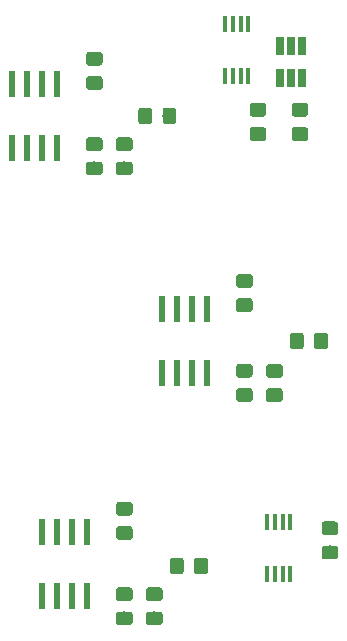
<source format=gbr>
G04 #@! TF.GenerationSoftware,KiCad,Pcbnew,(5.1.0-0)*
G04 #@! TF.CreationDate,2021-05-05T21:59:45-07:00*
G04 #@! TF.ProjectId,voltage_preamp,766f6c74-6167-4655-9f70-7265616d702e,rev?*
G04 #@! TF.SameCoordinates,Original*
G04 #@! TF.FileFunction,Paste,Top*
G04 #@! TF.FilePolarity,Positive*
%FSLAX46Y46*%
G04 Gerber Fmt 4.6, Leading zero omitted, Abs format (unit mm)*
G04 Created by KiCad (PCBNEW (5.1.0-0)) date 2021-05-05 21:59:45*
%MOMM*%
%LPD*%
G04 APERTURE LIST*
%ADD10R,0.450000X1.450000*%
%ADD11R,0.650000X1.560000*%
%ADD12R,0.600000X2.200000*%
%ADD13C,0.100000*%
%ADD14C,1.150000*%
G04 APERTURE END LIST*
D10*
X151425000Y-116672000D03*
X152075000Y-116672000D03*
X152725000Y-116672000D03*
X153375000Y-116672000D03*
X153375000Y-121072000D03*
X152725000Y-121072000D03*
X152075000Y-121072000D03*
X151425000Y-121072000D03*
X156931000Y-163236000D03*
X156281000Y-163236000D03*
X155631000Y-163236000D03*
X154981000Y-163236000D03*
X154981000Y-158836000D03*
X155631000Y-158836000D03*
X156281000Y-158836000D03*
X156931000Y-158836000D03*
D11*
X156972000Y-118538000D03*
X156022000Y-118538000D03*
X157922000Y-118538000D03*
X157922000Y-121238000D03*
X156972000Y-121238000D03*
X156022000Y-121238000D03*
D12*
X139700000Y-165100000D03*
X139700000Y-159700000D03*
X138430000Y-165100000D03*
X138430000Y-159700000D03*
X137160000Y-165100000D03*
X137160000Y-159700000D03*
X135890000Y-165100000D03*
X135890000Y-159700000D03*
X149860000Y-146210000D03*
X149860000Y-140810000D03*
X148590000Y-146210000D03*
X148590000Y-140810000D03*
X147320000Y-146210000D03*
X147320000Y-140810000D03*
X146050000Y-146210000D03*
X146050000Y-140810000D03*
X137160000Y-127160000D03*
X137160000Y-121760000D03*
X135890000Y-127160000D03*
X135890000Y-121760000D03*
X134620000Y-127160000D03*
X134620000Y-121760000D03*
X133350000Y-127160000D03*
X133350000Y-121760000D03*
D13*
G36*
X160748505Y-158802204D02*
G01*
X160772773Y-158805804D01*
X160796572Y-158811765D01*
X160819671Y-158820030D01*
X160841850Y-158830520D01*
X160862893Y-158843132D01*
X160882599Y-158857747D01*
X160900777Y-158874223D01*
X160917253Y-158892401D01*
X160931868Y-158912107D01*
X160944480Y-158933150D01*
X160954970Y-158955329D01*
X160963235Y-158978428D01*
X160969196Y-159002227D01*
X160972796Y-159026495D01*
X160974000Y-159050999D01*
X160974000Y-159701001D01*
X160972796Y-159725505D01*
X160969196Y-159749773D01*
X160963235Y-159773572D01*
X160954970Y-159796671D01*
X160944480Y-159818850D01*
X160931868Y-159839893D01*
X160917253Y-159859599D01*
X160900777Y-159877777D01*
X160882599Y-159894253D01*
X160862893Y-159908868D01*
X160841850Y-159921480D01*
X160819671Y-159931970D01*
X160796572Y-159940235D01*
X160772773Y-159946196D01*
X160748505Y-159949796D01*
X160724001Y-159951000D01*
X159823999Y-159951000D01*
X159799495Y-159949796D01*
X159775227Y-159946196D01*
X159751428Y-159940235D01*
X159728329Y-159931970D01*
X159706150Y-159921480D01*
X159685107Y-159908868D01*
X159665401Y-159894253D01*
X159647223Y-159877777D01*
X159630747Y-159859599D01*
X159616132Y-159839893D01*
X159603520Y-159818850D01*
X159593030Y-159796671D01*
X159584765Y-159773572D01*
X159578804Y-159749773D01*
X159575204Y-159725505D01*
X159574000Y-159701001D01*
X159574000Y-159050999D01*
X159575204Y-159026495D01*
X159578804Y-159002227D01*
X159584765Y-158978428D01*
X159593030Y-158955329D01*
X159603520Y-158933150D01*
X159616132Y-158912107D01*
X159630747Y-158892401D01*
X159647223Y-158874223D01*
X159665401Y-158857747D01*
X159685107Y-158843132D01*
X159706150Y-158830520D01*
X159728329Y-158820030D01*
X159751428Y-158811765D01*
X159775227Y-158805804D01*
X159799495Y-158802204D01*
X159823999Y-158801000D01*
X160724001Y-158801000D01*
X160748505Y-158802204D01*
X160748505Y-158802204D01*
G37*
D14*
X160274000Y-159376000D03*
D13*
G36*
X160748505Y-160852204D02*
G01*
X160772773Y-160855804D01*
X160796572Y-160861765D01*
X160819671Y-160870030D01*
X160841850Y-160880520D01*
X160862893Y-160893132D01*
X160882599Y-160907747D01*
X160900777Y-160924223D01*
X160917253Y-160942401D01*
X160931868Y-160962107D01*
X160944480Y-160983150D01*
X160954970Y-161005329D01*
X160963235Y-161028428D01*
X160969196Y-161052227D01*
X160972796Y-161076495D01*
X160974000Y-161100999D01*
X160974000Y-161751001D01*
X160972796Y-161775505D01*
X160969196Y-161799773D01*
X160963235Y-161823572D01*
X160954970Y-161846671D01*
X160944480Y-161868850D01*
X160931868Y-161889893D01*
X160917253Y-161909599D01*
X160900777Y-161927777D01*
X160882599Y-161944253D01*
X160862893Y-161958868D01*
X160841850Y-161971480D01*
X160819671Y-161981970D01*
X160796572Y-161990235D01*
X160772773Y-161996196D01*
X160748505Y-161999796D01*
X160724001Y-162001000D01*
X159823999Y-162001000D01*
X159799495Y-161999796D01*
X159775227Y-161996196D01*
X159751428Y-161990235D01*
X159728329Y-161981970D01*
X159706150Y-161971480D01*
X159685107Y-161958868D01*
X159665401Y-161944253D01*
X159647223Y-161927777D01*
X159630747Y-161909599D01*
X159616132Y-161889893D01*
X159603520Y-161868850D01*
X159593030Y-161846671D01*
X159584765Y-161823572D01*
X159578804Y-161799773D01*
X159575204Y-161775505D01*
X159574000Y-161751001D01*
X159574000Y-161100999D01*
X159575204Y-161076495D01*
X159578804Y-161052227D01*
X159584765Y-161028428D01*
X159593030Y-161005329D01*
X159603520Y-160983150D01*
X159616132Y-160962107D01*
X159630747Y-160942401D01*
X159647223Y-160924223D01*
X159665401Y-160907747D01*
X159685107Y-160893132D01*
X159706150Y-160880520D01*
X159728329Y-160870030D01*
X159751428Y-160861765D01*
X159775227Y-160855804D01*
X159799495Y-160852204D01*
X159823999Y-160851000D01*
X160724001Y-160851000D01*
X160748505Y-160852204D01*
X160748505Y-160852204D01*
G37*
D14*
X160274000Y-161426000D03*
D13*
G36*
X147669505Y-161861204D02*
G01*
X147693773Y-161864804D01*
X147717572Y-161870765D01*
X147740671Y-161879030D01*
X147762850Y-161889520D01*
X147783893Y-161902132D01*
X147803599Y-161916747D01*
X147821777Y-161933223D01*
X147838253Y-161951401D01*
X147852868Y-161971107D01*
X147865480Y-161992150D01*
X147875970Y-162014329D01*
X147884235Y-162037428D01*
X147890196Y-162061227D01*
X147893796Y-162085495D01*
X147895000Y-162109999D01*
X147895000Y-163010001D01*
X147893796Y-163034505D01*
X147890196Y-163058773D01*
X147884235Y-163082572D01*
X147875970Y-163105671D01*
X147865480Y-163127850D01*
X147852868Y-163148893D01*
X147838253Y-163168599D01*
X147821777Y-163186777D01*
X147803599Y-163203253D01*
X147783893Y-163217868D01*
X147762850Y-163230480D01*
X147740671Y-163240970D01*
X147717572Y-163249235D01*
X147693773Y-163255196D01*
X147669505Y-163258796D01*
X147645001Y-163260000D01*
X146994999Y-163260000D01*
X146970495Y-163258796D01*
X146946227Y-163255196D01*
X146922428Y-163249235D01*
X146899329Y-163240970D01*
X146877150Y-163230480D01*
X146856107Y-163217868D01*
X146836401Y-163203253D01*
X146818223Y-163186777D01*
X146801747Y-163168599D01*
X146787132Y-163148893D01*
X146774520Y-163127850D01*
X146764030Y-163105671D01*
X146755765Y-163082572D01*
X146749804Y-163058773D01*
X146746204Y-163034505D01*
X146745000Y-163010001D01*
X146745000Y-162109999D01*
X146746204Y-162085495D01*
X146749804Y-162061227D01*
X146755765Y-162037428D01*
X146764030Y-162014329D01*
X146774520Y-161992150D01*
X146787132Y-161971107D01*
X146801747Y-161951401D01*
X146818223Y-161933223D01*
X146836401Y-161916747D01*
X146856107Y-161902132D01*
X146877150Y-161889520D01*
X146899329Y-161879030D01*
X146922428Y-161870765D01*
X146946227Y-161864804D01*
X146970495Y-161861204D01*
X146994999Y-161860000D01*
X147645001Y-161860000D01*
X147669505Y-161861204D01*
X147669505Y-161861204D01*
G37*
D14*
X147320000Y-162560000D03*
D13*
G36*
X149719505Y-161861204D02*
G01*
X149743773Y-161864804D01*
X149767572Y-161870765D01*
X149790671Y-161879030D01*
X149812850Y-161889520D01*
X149833893Y-161902132D01*
X149853599Y-161916747D01*
X149871777Y-161933223D01*
X149888253Y-161951401D01*
X149902868Y-161971107D01*
X149915480Y-161992150D01*
X149925970Y-162014329D01*
X149934235Y-162037428D01*
X149940196Y-162061227D01*
X149943796Y-162085495D01*
X149945000Y-162109999D01*
X149945000Y-163010001D01*
X149943796Y-163034505D01*
X149940196Y-163058773D01*
X149934235Y-163082572D01*
X149925970Y-163105671D01*
X149915480Y-163127850D01*
X149902868Y-163148893D01*
X149888253Y-163168599D01*
X149871777Y-163186777D01*
X149853599Y-163203253D01*
X149833893Y-163217868D01*
X149812850Y-163230480D01*
X149790671Y-163240970D01*
X149767572Y-163249235D01*
X149743773Y-163255196D01*
X149719505Y-163258796D01*
X149695001Y-163260000D01*
X149044999Y-163260000D01*
X149020495Y-163258796D01*
X148996227Y-163255196D01*
X148972428Y-163249235D01*
X148949329Y-163240970D01*
X148927150Y-163230480D01*
X148906107Y-163217868D01*
X148886401Y-163203253D01*
X148868223Y-163186777D01*
X148851747Y-163168599D01*
X148837132Y-163148893D01*
X148824520Y-163127850D01*
X148814030Y-163105671D01*
X148805765Y-163082572D01*
X148799804Y-163058773D01*
X148796204Y-163034505D01*
X148795000Y-163010001D01*
X148795000Y-162109999D01*
X148796204Y-162085495D01*
X148799804Y-162061227D01*
X148805765Y-162037428D01*
X148814030Y-162014329D01*
X148824520Y-161992150D01*
X148837132Y-161971107D01*
X148851747Y-161951401D01*
X148868223Y-161933223D01*
X148886401Y-161916747D01*
X148906107Y-161902132D01*
X148927150Y-161889520D01*
X148949329Y-161879030D01*
X148972428Y-161870765D01*
X148996227Y-161864804D01*
X149020495Y-161861204D01*
X149044999Y-161860000D01*
X149695001Y-161860000D01*
X149719505Y-161861204D01*
X149719505Y-161861204D01*
G37*
D14*
X149370000Y-162560000D03*
D13*
G36*
X157829505Y-142811204D02*
G01*
X157853773Y-142814804D01*
X157877572Y-142820765D01*
X157900671Y-142829030D01*
X157922850Y-142839520D01*
X157943893Y-142852132D01*
X157963599Y-142866747D01*
X157981777Y-142883223D01*
X157998253Y-142901401D01*
X158012868Y-142921107D01*
X158025480Y-142942150D01*
X158035970Y-142964329D01*
X158044235Y-142987428D01*
X158050196Y-143011227D01*
X158053796Y-143035495D01*
X158055000Y-143059999D01*
X158055000Y-143960001D01*
X158053796Y-143984505D01*
X158050196Y-144008773D01*
X158044235Y-144032572D01*
X158035970Y-144055671D01*
X158025480Y-144077850D01*
X158012868Y-144098893D01*
X157998253Y-144118599D01*
X157981777Y-144136777D01*
X157963599Y-144153253D01*
X157943893Y-144167868D01*
X157922850Y-144180480D01*
X157900671Y-144190970D01*
X157877572Y-144199235D01*
X157853773Y-144205196D01*
X157829505Y-144208796D01*
X157805001Y-144210000D01*
X157154999Y-144210000D01*
X157130495Y-144208796D01*
X157106227Y-144205196D01*
X157082428Y-144199235D01*
X157059329Y-144190970D01*
X157037150Y-144180480D01*
X157016107Y-144167868D01*
X156996401Y-144153253D01*
X156978223Y-144136777D01*
X156961747Y-144118599D01*
X156947132Y-144098893D01*
X156934520Y-144077850D01*
X156924030Y-144055671D01*
X156915765Y-144032572D01*
X156909804Y-144008773D01*
X156906204Y-143984505D01*
X156905000Y-143960001D01*
X156905000Y-143059999D01*
X156906204Y-143035495D01*
X156909804Y-143011227D01*
X156915765Y-142987428D01*
X156924030Y-142964329D01*
X156934520Y-142942150D01*
X156947132Y-142921107D01*
X156961747Y-142901401D01*
X156978223Y-142883223D01*
X156996401Y-142866747D01*
X157016107Y-142852132D01*
X157037150Y-142839520D01*
X157059329Y-142829030D01*
X157082428Y-142820765D01*
X157106227Y-142814804D01*
X157130495Y-142811204D01*
X157154999Y-142810000D01*
X157805001Y-142810000D01*
X157829505Y-142811204D01*
X157829505Y-142811204D01*
G37*
D14*
X157480000Y-143510000D03*
D13*
G36*
X159879505Y-142811204D02*
G01*
X159903773Y-142814804D01*
X159927572Y-142820765D01*
X159950671Y-142829030D01*
X159972850Y-142839520D01*
X159993893Y-142852132D01*
X160013599Y-142866747D01*
X160031777Y-142883223D01*
X160048253Y-142901401D01*
X160062868Y-142921107D01*
X160075480Y-142942150D01*
X160085970Y-142964329D01*
X160094235Y-142987428D01*
X160100196Y-143011227D01*
X160103796Y-143035495D01*
X160105000Y-143059999D01*
X160105000Y-143960001D01*
X160103796Y-143984505D01*
X160100196Y-144008773D01*
X160094235Y-144032572D01*
X160085970Y-144055671D01*
X160075480Y-144077850D01*
X160062868Y-144098893D01*
X160048253Y-144118599D01*
X160031777Y-144136777D01*
X160013599Y-144153253D01*
X159993893Y-144167868D01*
X159972850Y-144180480D01*
X159950671Y-144190970D01*
X159927572Y-144199235D01*
X159903773Y-144205196D01*
X159879505Y-144208796D01*
X159855001Y-144210000D01*
X159204999Y-144210000D01*
X159180495Y-144208796D01*
X159156227Y-144205196D01*
X159132428Y-144199235D01*
X159109329Y-144190970D01*
X159087150Y-144180480D01*
X159066107Y-144167868D01*
X159046401Y-144153253D01*
X159028223Y-144136777D01*
X159011747Y-144118599D01*
X158997132Y-144098893D01*
X158984520Y-144077850D01*
X158974030Y-144055671D01*
X158965765Y-144032572D01*
X158959804Y-144008773D01*
X158956204Y-143984505D01*
X158955000Y-143960001D01*
X158955000Y-143059999D01*
X158956204Y-143035495D01*
X158959804Y-143011227D01*
X158965765Y-142987428D01*
X158974030Y-142964329D01*
X158984520Y-142942150D01*
X158997132Y-142921107D01*
X159011747Y-142901401D01*
X159028223Y-142883223D01*
X159046401Y-142866747D01*
X159066107Y-142852132D01*
X159087150Y-142839520D01*
X159109329Y-142829030D01*
X159132428Y-142820765D01*
X159156227Y-142814804D01*
X159180495Y-142811204D01*
X159204999Y-142810000D01*
X159855001Y-142810000D01*
X159879505Y-142811204D01*
X159879505Y-142811204D01*
G37*
D14*
X159530000Y-143510000D03*
D13*
G36*
X144984505Y-123761204D02*
G01*
X145008773Y-123764804D01*
X145032572Y-123770765D01*
X145055671Y-123779030D01*
X145077850Y-123789520D01*
X145098893Y-123802132D01*
X145118599Y-123816747D01*
X145136777Y-123833223D01*
X145153253Y-123851401D01*
X145167868Y-123871107D01*
X145180480Y-123892150D01*
X145190970Y-123914329D01*
X145199235Y-123937428D01*
X145205196Y-123961227D01*
X145208796Y-123985495D01*
X145210000Y-124009999D01*
X145210000Y-124910001D01*
X145208796Y-124934505D01*
X145205196Y-124958773D01*
X145199235Y-124982572D01*
X145190970Y-125005671D01*
X145180480Y-125027850D01*
X145167868Y-125048893D01*
X145153253Y-125068599D01*
X145136777Y-125086777D01*
X145118599Y-125103253D01*
X145098893Y-125117868D01*
X145077850Y-125130480D01*
X145055671Y-125140970D01*
X145032572Y-125149235D01*
X145008773Y-125155196D01*
X144984505Y-125158796D01*
X144960001Y-125160000D01*
X144309999Y-125160000D01*
X144285495Y-125158796D01*
X144261227Y-125155196D01*
X144237428Y-125149235D01*
X144214329Y-125140970D01*
X144192150Y-125130480D01*
X144171107Y-125117868D01*
X144151401Y-125103253D01*
X144133223Y-125086777D01*
X144116747Y-125068599D01*
X144102132Y-125048893D01*
X144089520Y-125027850D01*
X144079030Y-125005671D01*
X144070765Y-124982572D01*
X144064804Y-124958773D01*
X144061204Y-124934505D01*
X144060000Y-124910001D01*
X144060000Y-124009999D01*
X144061204Y-123985495D01*
X144064804Y-123961227D01*
X144070765Y-123937428D01*
X144079030Y-123914329D01*
X144089520Y-123892150D01*
X144102132Y-123871107D01*
X144116747Y-123851401D01*
X144133223Y-123833223D01*
X144151401Y-123816747D01*
X144171107Y-123802132D01*
X144192150Y-123789520D01*
X144214329Y-123779030D01*
X144237428Y-123770765D01*
X144261227Y-123764804D01*
X144285495Y-123761204D01*
X144309999Y-123760000D01*
X144960001Y-123760000D01*
X144984505Y-123761204D01*
X144984505Y-123761204D01*
G37*
D14*
X144635000Y-124460000D03*
D13*
G36*
X147034505Y-123761204D02*
G01*
X147058773Y-123764804D01*
X147082572Y-123770765D01*
X147105671Y-123779030D01*
X147127850Y-123789520D01*
X147148893Y-123802132D01*
X147168599Y-123816747D01*
X147186777Y-123833223D01*
X147203253Y-123851401D01*
X147217868Y-123871107D01*
X147230480Y-123892150D01*
X147240970Y-123914329D01*
X147249235Y-123937428D01*
X147255196Y-123961227D01*
X147258796Y-123985495D01*
X147260000Y-124009999D01*
X147260000Y-124910001D01*
X147258796Y-124934505D01*
X147255196Y-124958773D01*
X147249235Y-124982572D01*
X147240970Y-125005671D01*
X147230480Y-125027850D01*
X147217868Y-125048893D01*
X147203253Y-125068599D01*
X147186777Y-125086777D01*
X147168599Y-125103253D01*
X147148893Y-125117868D01*
X147127850Y-125130480D01*
X147105671Y-125140970D01*
X147082572Y-125149235D01*
X147058773Y-125155196D01*
X147034505Y-125158796D01*
X147010001Y-125160000D01*
X146359999Y-125160000D01*
X146335495Y-125158796D01*
X146311227Y-125155196D01*
X146287428Y-125149235D01*
X146264329Y-125140970D01*
X146242150Y-125130480D01*
X146221107Y-125117868D01*
X146201401Y-125103253D01*
X146183223Y-125086777D01*
X146166747Y-125068599D01*
X146152132Y-125048893D01*
X146139520Y-125027850D01*
X146129030Y-125005671D01*
X146120765Y-124982572D01*
X146114804Y-124958773D01*
X146111204Y-124934505D01*
X146110000Y-124910001D01*
X146110000Y-124009999D01*
X146111204Y-123985495D01*
X146114804Y-123961227D01*
X146120765Y-123937428D01*
X146129030Y-123914329D01*
X146139520Y-123892150D01*
X146152132Y-123871107D01*
X146166747Y-123851401D01*
X146183223Y-123833223D01*
X146201401Y-123816747D01*
X146221107Y-123802132D01*
X146242150Y-123789520D01*
X146264329Y-123779030D01*
X146287428Y-123770765D01*
X146311227Y-123764804D01*
X146335495Y-123761204D01*
X146359999Y-123760000D01*
X147010001Y-123760000D01*
X147034505Y-123761204D01*
X147034505Y-123761204D01*
G37*
D14*
X146685000Y-124460000D03*
D13*
G36*
X143349505Y-166431204D02*
G01*
X143373773Y-166434804D01*
X143397572Y-166440765D01*
X143420671Y-166449030D01*
X143442850Y-166459520D01*
X143463893Y-166472132D01*
X143483599Y-166486747D01*
X143501777Y-166503223D01*
X143518253Y-166521401D01*
X143532868Y-166541107D01*
X143545480Y-166562150D01*
X143555970Y-166584329D01*
X143564235Y-166607428D01*
X143570196Y-166631227D01*
X143573796Y-166655495D01*
X143575000Y-166679999D01*
X143575000Y-167330001D01*
X143573796Y-167354505D01*
X143570196Y-167378773D01*
X143564235Y-167402572D01*
X143555970Y-167425671D01*
X143545480Y-167447850D01*
X143532868Y-167468893D01*
X143518253Y-167488599D01*
X143501777Y-167506777D01*
X143483599Y-167523253D01*
X143463893Y-167537868D01*
X143442850Y-167550480D01*
X143420671Y-167560970D01*
X143397572Y-167569235D01*
X143373773Y-167575196D01*
X143349505Y-167578796D01*
X143325001Y-167580000D01*
X142424999Y-167580000D01*
X142400495Y-167578796D01*
X142376227Y-167575196D01*
X142352428Y-167569235D01*
X142329329Y-167560970D01*
X142307150Y-167550480D01*
X142286107Y-167537868D01*
X142266401Y-167523253D01*
X142248223Y-167506777D01*
X142231747Y-167488599D01*
X142217132Y-167468893D01*
X142204520Y-167447850D01*
X142194030Y-167425671D01*
X142185765Y-167402572D01*
X142179804Y-167378773D01*
X142176204Y-167354505D01*
X142175000Y-167330001D01*
X142175000Y-166679999D01*
X142176204Y-166655495D01*
X142179804Y-166631227D01*
X142185765Y-166607428D01*
X142194030Y-166584329D01*
X142204520Y-166562150D01*
X142217132Y-166541107D01*
X142231747Y-166521401D01*
X142248223Y-166503223D01*
X142266401Y-166486747D01*
X142286107Y-166472132D01*
X142307150Y-166459520D01*
X142329329Y-166449030D01*
X142352428Y-166440765D01*
X142376227Y-166434804D01*
X142400495Y-166431204D01*
X142424999Y-166430000D01*
X143325001Y-166430000D01*
X143349505Y-166431204D01*
X143349505Y-166431204D01*
G37*
D14*
X142875000Y-167005000D03*
D13*
G36*
X143349505Y-164381204D02*
G01*
X143373773Y-164384804D01*
X143397572Y-164390765D01*
X143420671Y-164399030D01*
X143442850Y-164409520D01*
X143463893Y-164422132D01*
X143483599Y-164436747D01*
X143501777Y-164453223D01*
X143518253Y-164471401D01*
X143532868Y-164491107D01*
X143545480Y-164512150D01*
X143555970Y-164534329D01*
X143564235Y-164557428D01*
X143570196Y-164581227D01*
X143573796Y-164605495D01*
X143575000Y-164629999D01*
X143575000Y-165280001D01*
X143573796Y-165304505D01*
X143570196Y-165328773D01*
X143564235Y-165352572D01*
X143555970Y-165375671D01*
X143545480Y-165397850D01*
X143532868Y-165418893D01*
X143518253Y-165438599D01*
X143501777Y-165456777D01*
X143483599Y-165473253D01*
X143463893Y-165487868D01*
X143442850Y-165500480D01*
X143420671Y-165510970D01*
X143397572Y-165519235D01*
X143373773Y-165525196D01*
X143349505Y-165528796D01*
X143325001Y-165530000D01*
X142424999Y-165530000D01*
X142400495Y-165528796D01*
X142376227Y-165525196D01*
X142352428Y-165519235D01*
X142329329Y-165510970D01*
X142307150Y-165500480D01*
X142286107Y-165487868D01*
X142266401Y-165473253D01*
X142248223Y-165456777D01*
X142231747Y-165438599D01*
X142217132Y-165418893D01*
X142204520Y-165397850D01*
X142194030Y-165375671D01*
X142185765Y-165352572D01*
X142179804Y-165328773D01*
X142176204Y-165304505D01*
X142175000Y-165280001D01*
X142175000Y-164629999D01*
X142176204Y-164605495D01*
X142179804Y-164581227D01*
X142185765Y-164557428D01*
X142194030Y-164534329D01*
X142204520Y-164512150D01*
X142217132Y-164491107D01*
X142231747Y-164471401D01*
X142248223Y-164453223D01*
X142266401Y-164436747D01*
X142286107Y-164422132D01*
X142307150Y-164409520D01*
X142329329Y-164399030D01*
X142352428Y-164390765D01*
X142376227Y-164384804D01*
X142400495Y-164381204D01*
X142424999Y-164380000D01*
X143325001Y-164380000D01*
X143349505Y-164381204D01*
X143349505Y-164381204D01*
G37*
D14*
X142875000Y-164955000D03*
D13*
G36*
X153509505Y-147517204D02*
G01*
X153533773Y-147520804D01*
X153557572Y-147526765D01*
X153580671Y-147535030D01*
X153602850Y-147545520D01*
X153623893Y-147558132D01*
X153643599Y-147572747D01*
X153661777Y-147589223D01*
X153678253Y-147607401D01*
X153692868Y-147627107D01*
X153705480Y-147648150D01*
X153715970Y-147670329D01*
X153724235Y-147693428D01*
X153730196Y-147717227D01*
X153733796Y-147741495D01*
X153735000Y-147765999D01*
X153735000Y-148416001D01*
X153733796Y-148440505D01*
X153730196Y-148464773D01*
X153724235Y-148488572D01*
X153715970Y-148511671D01*
X153705480Y-148533850D01*
X153692868Y-148554893D01*
X153678253Y-148574599D01*
X153661777Y-148592777D01*
X153643599Y-148609253D01*
X153623893Y-148623868D01*
X153602850Y-148636480D01*
X153580671Y-148646970D01*
X153557572Y-148655235D01*
X153533773Y-148661196D01*
X153509505Y-148664796D01*
X153485001Y-148666000D01*
X152584999Y-148666000D01*
X152560495Y-148664796D01*
X152536227Y-148661196D01*
X152512428Y-148655235D01*
X152489329Y-148646970D01*
X152467150Y-148636480D01*
X152446107Y-148623868D01*
X152426401Y-148609253D01*
X152408223Y-148592777D01*
X152391747Y-148574599D01*
X152377132Y-148554893D01*
X152364520Y-148533850D01*
X152354030Y-148511671D01*
X152345765Y-148488572D01*
X152339804Y-148464773D01*
X152336204Y-148440505D01*
X152335000Y-148416001D01*
X152335000Y-147765999D01*
X152336204Y-147741495D01*
X152339804Y-147717227D01*
X152345765Y-147693428D01*
X152354030Y-147670329D01*
X152364520Y-147648150D01*
X152377132Y-147627107D01*
X152391747Y-147607401D01*
X152408223Y-147589223D01*
X152426401Y-147572747D01*
X152446107Y-147558132D01*
X152467150Y-147545520D01*
X152489329Y-147535030D01*
X152512428Y-147526765D01*
X152536227Y-147520804D01*
X152560495Y-147517204D01*
X152584999Y-147516000D01*
X153485001Y-147516000D01*
X153509505Y-147517204D01*
X153509505Y-147517204D01*
G37*
D14*
X153035000Y-148091000D03*
D13*
G36*
X153509505Y-145467204D02*
G01*
X153533773Y-145470804D01*
X153557572Y-145476765D01*
X153580671Y-145485030D01*
X153602850Y-145495520D01*
X153623893Y-145508132D01*
X153643599Y-145522747D01*
X153661777Y-145539223D01*
X153678253Y-145557401D01*
X153692868Y-145577107D01*
X153705480Y-145598150D01*
X153715970Y-145620329D01*
X153724235Y-145643428D01*
X153730196Y-145667227D01*
X153733796Y-145691495D01*
X153735000Y-145715999D01*
X153735000Y-146366001D01*
X153733796Y-146390505D01*
X153730196Y-146414773D01*
X153724235Y-146438572D01*
X153715970Y-146461671D01*
X153705480Y-146483850D01*
X153692868Y-146504893D01*
X153678253Y-146524599D01*
X153661777Y-146542777D01*
X153643599Y-146559253D01*
X153623893Y-146573868D01*
X153602850Y-146586480D01*
X153580671Y-146596970D01*
X153557572Y-146605235D01*
X153533773Y-146611196D01*
X153509505Y-146614796D01*
X153485001Y-146616000D01*
X152584999Y-146616000D01*
X152560495Y-146614796D01*
X152536227Y-146611196D01*
X152512428Y-146605235D01*
X152489329Y-146596970D01*
X152467150Y-146586480D01*
X152446107Y-146573868D01*
X152426401Y-146559253D01*
X152408223Y-146542777D01*
X152391747Y-146524599D01*
X152377132Y-146504893D01*
X152364520Y-146483850D01*
X152354030Y-146461671D01*
X152345765Y-146438572D01*
X152339804Y-146414773D01*
X152336204Y-146390505D01*
X152335000Y-146366001D01*
X152335000Y-145715999D01*
X152336204Y-145691495D01*
X152339804Y-145667227D01*
X152345765Y-145643428D01*
X152354030Y-145620329D01*
X152364520Y-145598150D01*
X152377132Y-145577107D01*
X152391747Y-145557401D01*
X152408223Y-145539223D01*
X152426401Y-145522747D01*
X152446107Y-145508132D01*
X152467150Y-145495520D01*
X152489329Y-145485030D01*
X152512428Y-145476765D01*
X152536227Y-145470804D01*
X152560495Y-145467204D01*
X152584999Y-145466000D01*
X153485001Y-145466000D01*
X153509505Y-145467204D01*
X153509505Y-145467204D01*
G37*
D14*
X153035000Y-146041000D03*
D13*
G36*
X140809505Y-128331204D02*
G01*
X140833773Y-128334804D01*
X140857572Y-128340765D01*
X140880671Y-128349030D01*
X140902850Y-128359520D01*
X140923893Y-128372132D01*
X140943599Y-128386747D01*
X140961777Y-128403223D01*
X140978253Y-128421401D01*
X140992868Y-128441107D01*
X141005480Y-128462150D01*
X141015970Y-128484329D01*
X141024235Y-128507428D01*
X141030196Y-128531227D01*
X141033796Y-128555495D01*
X141035000Y-128579999D01*
X141035000Y-129230001D01*
X141033796Y-129254505D01*
X141030196Y-129278773D01*
X141024235Y-129302572D01*
X141015970Y-129325671D01*
X141005480Y-129347850D01*
X140992868Y-129368893D01*
X140978253Y-129388599D01*
X140961777Y-129406777D01*
X140943599Y-129423253D01*
X140923893Y-129437868D01*
X140902850Y-129450480D01*
X140880671Y-129460970D01*
X140857572Y-129469235D01*
X140833773Y-129475196D01*
X140809505Y-129478796D01*
X140785001Y-129480000D01*
X139884999Y-129480000D01*
X139860495Y-129478796D01*
X139836227Y-129475196D01*
X139812428Y-129469235D01*
X139789329Y-129460970D01*
X139767150Y-129450480D01*
X139746107Y-129437868D01*
X139726401Y-129423253D01*
X139708223Y-129406777D01*
X139691747Y-129388599D01*
X139677132Y-129368893D01*
X139664520Y-129347850D01*
X139654030Y-129325671D01*
X139645765Y-129302572D01*
X139639804Y-129278773D01*
X139636204Y-129254505D01*
X139635000Y-129230001D01*
X139635000Y-128579999D01*
X139636204Y-128555495D01*
X139639804Y-128531227D01*
X139645765Y-128507428D01*
X139654030Y-128484329D01*
X139664520Y-128462150D01*
X139677132Y-128441107D01*
X139691747Y-128421401D01*
X139708223Y-128403223D01*
X139726401Y-128386747D01*
X139746107Y-128372132D01*
X139767150Y-128359520D01*
X139789329Y-128349030D01*
X139812428Y-128340765D01*
X139836227Y-128334804D01*
X139860495Y-128331204D01*
X139884999Y-128330000D01*
X140785001Y-128330000D01*
X140809505Y-128331204D01*
X140809505Y-128331204D01*
G37*
D14*
X140335000Y-128905000D03*
D13*
G36*
X140809505Y-126281204D02*
G01*
X140833773Y-126284804D01*
X140857572Y-126290765D01*
X140880671Y-126299030D01*
X140902850Y-126309520D01*
X140923893Y-126322132D01*
X140943599Y-126336747D01*
X140961777Y-126353223D01*
X140978253Y-126371401D01*
X140992868Y-126391107D01*
X141005480Y-126412150D01*
X141015970Y-126434329D01*
X141024235Y-126457428D01*
X141030196Y-126481227D01*
X141033796Y-126505495D01*
X141035000Y-126529999D01*
X141035000Y-127180001D01*
X141033796Y-127204505D01*
X141030196Y-127228773D01*
X141024235Y-127252572D01*
X141015970Y-127275671D01*
X141005480Y-127297850D01*
X140992868Y-127318893D01*
X140978253Y-127338599D01*
X140961777Y-127356777D01*
X140943599Y-127373253D01*
X140923893Y-127387868D01*
X140902850Y-127400480D01*
X140880671Y-127410970D01*
X140857572Y-127419235D01*
X140833773Y-127425196D01*
X140809505Y-127428796D01*
X140785001Y-127430000D01*
X139884999Y-127430000D01*
X139860495Y-127428796D01*
X139836227Y-127425196D01*
X139812428Y-127419235D01*
X139789329Y-127410970D01*
X139767150Y-127400480D01*
X139746107Y-127387868D01*
X139726401Y-127373253D01*
X139708223Y-127356777D01*
X139691747Y-127338599D01*
X139677132Y-127318893D01*
X139664520Y-127297850D01*
X139654030Y-127275671D01*
X139645765Y-127252572D01*
X139639804Y-127228773D01*
X139636204Y-127204505D01*
X139635000Y-127180001D01*
X139635000Y-126529999D01*
X139636204Y-126505495D01*
X139639804Y-126481227D01*
X139645765Y-126457428D01*
X139654030Y-126434329D01*
X139664520Y-126412150D01*
X139677132Y-126391107D01*
X139691747Y-126371401D01*
X139708223Y-126353223D01*
X139726401Y-126336747D01*
X139746107Y-126322132D01*
X139767150Y-126309520D01*
X139789329Y-126299030D01*
X139812428Y-126290765D01*
X139836227Y-126284804D01*
X139860495Y-126281204D01*
X139884999Y-126280000D01*
X140785001Y-126280000D01*
X140809505Y-126281204D01*
X140809505Y-126281204D01*
G37*
D14*
X140335000Y-126855000D03*
D13*
G36*
X143349505Y-159201204D02*
G01*
X143373773Y-159204804D01*
X143397572Y-159210765D01*
X143420671Y-159219030D01*
X143442850Y-159229520D01*
X143463893Y-159242132D01*
X143483599Y-159256747D01*
X143501777Y-159273223D01*
X143518253Y-159291401D01*
X143532868Y-159311107D01*
X143545480Y-159332150D01*
X143555970Y-159354329D01*
X143564235Y-159377428D01*
X143570196Y-159401227D01*
X143573796Y-159425495D01*
X143575000Y-159449999D01*
X143575000Y-160100001D01*
X143573796Y-160124505D01*
X143570196Y-160148773D01*
X143564235Y-160172572D01*
X143555970Y-160195671D01*
X143545480Y-160217850D01*
X143532868Y-160238893D01*
X143518253Y-160258599D01*
X143501777Y-160276777D01*
X143483599Y-160293253D01*
X143463893Y-160307868D01*
X143442850Y-160320480D01*
X143420671Y-160330970D01*
X143397572Y-160339235D01*
X143373773Y-160345196D01*
X143349505Y-160348796D01*
X143325001Y-160350000D01*
X142424999Y-160350000D01*
X142400495Y-160348796D01*
X142376227Y-160345196D01*
X142352428Y-160339235D01*
X142329329Y-160330970D01*
X142307150Y-160320480D01*
X142286107Y-160307868D01*
X142266401Y-160293253D01*
X142248223Y-160276777D01*
X142231747Y-160258599D01*
X142217132Y-160238893D01*
X142204520Y-160217850D01*
X142194030Y-160195671D01*
X142185765Y-160172572D01*
X142179804Y-160148773D01*
X142176204Y-160124505D01*
X142175000Y-160100001D01*
X142175000Y-159449999D01*
X142176204Y-159425495D01*
X142179804Y-159401227D01*
X142185765Y-159377428D01*
X142194030Y-159354329D01*
X142204520Y-159332150D01*
X142217132Y-159311107D01*
X142231747Y-159291401D01*
X142248223Y-159273223D01*
X142266401Y-159256747D01*
X142286107Y-159242132D01*
X142307150Y-159229520D01*
X142329329Y-159219030D01*
X142352428Y-159210765D01*
X142376227Y-159204804D01*
X142400495Y-159201204D01*
X142424999Y-159200000D01*
X143325001Y-159200000D01*
X143349505Y-159201204D01*
X143349505Y-159201204D01*
G37*
D14*
X142875000Y-159775000D03*
D13*
G36*
X143349505Y-157151204D02*
G01*
X143373773Y-157154804D01*
X143397572Y-157160765D01*
X143420671Y-157169030D01*
X143442850Y-157179520D01*
X143463893Y-157192132D01*
X143483599Y-157206747D01*
X143501777Y-157223223D01*
X143518253Y-157241401D01*
X143532868Y-157261107D01*
X143545480Y-157282150D01*
X143555970Y-157304329D01*
X143564235Y-157327428D01*
X143570196Y-157351227D01*
X143573796Y-157375495D01*
X143575000Y-157399999D01*
X143575000Y-158050001D01*
X143573796Y-158074505D01*
X143570196Y-158098773D01*
X143564235Y-158122572D01*
X143555970Y-158145671D01*
X143545480Y-158167850D01*
X143532868Y-158188893D01*
X143518253Y-158208599D01*
X143501777Y-158226777D01*
X143483599Y-158243253D01*
X143463893Y-158257868D01*
X143442850Y-158270480D01*
X143420671Y-158280970D01*
X143397572Y-158289235D01*
X143373773Y-158295196D01*
X143349505Y-158298796D01*
X143325001Y-158300000D01*
X142424999Y-158300000D01*
X142400495Y-158298796D01*
X142376227Y-158295196D01*
X142352428Y-158289235D01*
X142329329Y-158280970D01*
X142307150Y-158270480D01*
X142286107Y-158257868D01*
X142266401Y-158243253D01*
X142248223Y-158226777D01*
X142231747Y-158208599D01*
X142217132Y-158188893D01*
X142204520Y-158167850D01*
X142194030Y-158145671D01*
X142185765Y-158122572D01*
X142179804Y-158098773D01*
X142176204Y-158074505D01*
X142175000Y-158050001D01*
X142175000Y-157399999D01*
X142176204Y-157375495D01*
X142179804Y-157351227D01*
X142185765Y-157327428D01*
X142194030Y-157304329D01*
X142204520Y-157282150D01*
X142217132Y-157261107D01*
X142231747Y-157241401D01*
X142248223Y-157223223D01*
X142266401Y-157206747D01*
X142286107Y-157192132D01*
X142307150Y-157179520D01*
X142329329Y-157169030D01*
X142352428Y-157160765D01*
X142376227Y-157154804D01*
X142400495Y-157151204D01*
X142424999Y-157150000D01*
X143325001Y-157150000D01*
X143349505Y-157151204D01*
X143349505Y-157151204D01*
G37*
D14*
X142875000Y-157725000D03*
D13*
G36*
X153509505Y-139906204D02*
G01*
X153533773Y-139909804D01*
X153557572Y-139915765D01*
X153580671Y-139924030D01*
X153602850Y-139934520D01*
X153623893Y-139947132D01*
X153643599Y-139961747D01*
X153661777Y-139978223D01*
X153678253Y-139996401D01*
X153692868Y-140016107D01*
X153705480Y-140037150D01*
X153715970Y-140059329D01*
X153724235Y-140082428D01*
X153730196Y-140106227D01*
X153733796Y-140130495D01*
X153735000Y-140154999D01*
X153735000Y-140805001D01*
X153733796Y-140829505D01*
X153730196Y-140853773D01*
X153724235Y-140877572D01*
X153715970Y-140900671D01*
X153705480Y-140922850D01*
X153692868Y-140943893D01*
X153678253Y-140963599D01*
X153661777Y-140981777D01*
X153643599Y-140998253D01*
X153623893Y-141012868D01*
X153602850Y-141025480D01*
X153580671Y-141035970D01*
X153557572Y-141044235D01*
X153533773Y-141050196D01*
X153509505Y-141053796D01*
X153485001Y-141055000D01*
X152584999Y-141055000D01*
X152560495Y-141053796D01*
X152536227Y-141050196D01*
X152512428Y-141044235D01*
X152489329Y-141035970D01*
X152467150Y-141025480D01*
X152446107Y-141012868D01*
X152426401Y-140998253D01*
X152408223Y-140981777D01*
X152391747Y-140963599D01*
X152377132Y-140943893D01*
X152364520Y-140922850D01*
X152354030Y-140900671D01*
X152345765Y-140877572D01*
X152339804Y-140853773D01*
X152336204Y-140829505D01*
X152335000Y-140805001D01*
X152335000Y-140154999D01*
X152336204Y-140130495D01*
X152339804Y-140106227D01*
X152345765Y-140082428D01*
X152354030Y-140059329D01*
X152364520Y-140037150D01*
X152377132Y-140016107D01*
X152391747Y-139996401D01*
X152408223Y-139978223D01*
X152426401Y-139961747D01*
X152446107Y-139947132D01*
X152467150Y-139934520D01*
X152489329Y-139924030D01*
X152512428Y-139915765D01*
X152536227Y-139909804D01*
X152560495Y-139906204D01*
X152584999Y-139905000D01*
X153485001Y-139905000D01*
X153509505Y-139906204D01*
X153509505Y-139906204D01*
G37*
D14*
X153035000Y-140480000D03*
D13*
G36*
X153509505Y-137856204D02*
G01*
X153533773Y-137859804D01*
X153557572Y-137865765D01*
X153580671Y-137874030D01*
X153602850Y-137884520D01*
X153623893Y-137897132D01*
X153643599Y-137911747D01*
X153661777Y-137928223D01*
X153678253Y-137946401D01*
X153692868Y-137966107D01*
X153705480Y-137987150D01*
X153715970Y-138009329D01*
X153724235Y-138032428D01*
X153730196Y-138056227D01*
X153733796Y-138080495D01*
X153735000Y-138104999D01*
X153735000Y-138755001D01*
X153733796Y-138779505D01*
X153730196Y-138803773D01*
X153724235Y-138827572D01*
X153715970Y-138850671D01*
X153705480Y-138872850D01*
X153692868Y-138893893D01*
X153678253Y-138913599D01*
X153661777Y-138931777D01*
X153643599Y-138948253D01*
X153623893Y-138962868D01*
X153602850Y-138975480D01*
X153580671Y-138985970D01*
X153557572Y-138994235D01*
X153533773Y-139000196D01*
X153509505Y-139003796D01*
X153485001Y-139005000D01*
X152584999Y-139005000D01*
X152560495Y-139003796D01*
X152536227Y-139000196D01*
X152512428Y-138994235D01*
X152489329Y-138985970D01*
X152467150Y-138975480D01*
X152446107Y-138962868D01*
X152426401Y-138948253D01*
X152408223Y-138931777D01*
X152391747Y-138913599D01*
X152377132Y-138893893D01*
X152364520Y-138872850D01*
X152354030Y-138850671D01*
X152345765Y-138827572D01*
X152339804Y-138803773D01*
X152336204Y-138779505D01*
X152335000Y-138755001D01*
X152335000Y-138104999D01*
X152336204Y-138080495D01*
X152339804Y-138056227D01*
X152345765Y-138032428D01*
X152354030Y-138009329D01*
X152364520Y-137987150D01*
X152377132Y-137966107D01*
X152391747Y-137946401D01*
X152408223Y-137928223D01*
X152426401Y-137911747D01*
X152446107Y-137897132D01*
X152467150Y-137884520D01*
X152489329Y-137874030D01*
X152512428Y-137865765D01*
X152536227Y-137859804D01*
X152560495Y-137856204D01*
X152584999Y-137855000D01*
X153485001Y-137855000D01*
X153509505Y-137856204D01*
X153509505Y-137856204D01*
G37*
D14*
X153035000Y-138430000D03*
D13*
G36*
X140809505Y-121101204D02*
G01*
X140833773Y-121104804D01*
X140857572Y-121110765D01*
X140880671Y-121119030D01*
X140902850Y-121129520D01*
X140923893Y-121142132D01*
X140943599Y-121156747D01*
X140961777Y-121173223D01*
X140978253Y-121191401D01*
X140992868Y-121211107D01*
X141005480Y-121232150D01*
X141015970Y-121254329D01*
X141024235Y-121277428D01*
X141030196Y-121301227D01*
X141033796Y-121325495D01*
X141035000Y-121349999D01*
X141035000Y-122000001D01*
X141033796Y-122024505D01*
X141030196Y-122048773D01*
X141024235Y-122072572D01*
X141015970Y-122095671D01*
X141005480Y-122117850D01*
X140992868Y-122138893D01*
X140978253Y-122158599D01*
X140961777Y-122176777D01*
X140943599Y-122193253D01*
X140923893Y-122207868D01*
X140902850Y-122220480D01*
X140880671Y-122230970D01*
X140857572Y-122239235D01*
X140833773Y-122245196D01*
X140809505Y-122248796D01*
X140785001Y-122250000D01*
X139884999Y-122250000D01*
X139860495Y-122248796D01*
X139836227Y-122245196D01*
X139812428Y-122239235D01*
X139789329Y-122230970D01*
X139767150Y-122220480D01*
X139746107Y-122207868D01*
X139726401Y-122193253D01*
X139708223Y-122176777D01*
X139691747Y-122158599D01*
X139677132Y-122138893D01*
X139664520Y-122117850D01*
X139654030Y-122095671D01*
X139645765Y-122072572D01*
X139639804Y-122048773D01*
X139636204Y-122024505D01*
X139635000Y-122000001D01*
X139635000Y-121349999D01*
X139636204Y-121325495D01*
X139639804Y-121301227D01*
X139645765Y-121277428D01*
X139654030Y-121254329D01*
X139664520Y-121232150D01*
X139677132Y-121211107D01*
X139691747Y-121191401D01*
X139708223Y-121173223D01*
X139726401Y-121156747D01*
X139746107Y-121142132D01*
X139767150Y-121129520D01*
X139789329Y-121119030D01*
X139812428Y-121110765D01*
X139836227Y-121104804D01*
X139860495Y-121101204D01*
X139884999Y-121100000D01*
X140785001Y-121100000D01*
X140809505Y-121101204D01*
X140809505Y-121101204D01*
G37*
D14*
X140335000Y-121675000D03*
D13*
G36*
X140809505Y-119051204D02*
G01*
X140833773Y-119054804D01*
X140857572Y-119060765D01*
X140880671Y-119069030D01*
X140902850Y-119079520D01*
X140923893Y-119092132D01*
X140943599Y-119106747D01*
X140961777Y-119123223D01*
X140978253Y-119141401D01*
X140992868Y-119161107D01*
X141005480Y-119182150D01*
X141015970Y-119204329D01*
X141024235Y-119227428D01*
X141030196Y-119251227D01*
X141033796Y-119275495D01*
X141035000Y-119299999D01*
X141035000Y-119950001D01*
X141033796Y-119974505D01*
X141030196Y-119998773D01*
X141024235Y-120022572D01*
X141015970Y-120045671D01*
X141005480Y-120067850D01*
X140992868Y-120088893D01*
X140978253Y-120108599D01*
X140961777Y-120126777D01*
X140943599Y-120143253D01*
X140923893Y-120157868D01*
X140902850Y-120170480D01*
X140880671Y-120180970D01*
X140857572Y-120189235D01*
X140833773Y-120195196D01*
X140809505Y-120198796D01*
X140785001Y-120200000D01*
X139884999Y-120200000D01*
X139860495Y-120198796D01*
X139836227Y-120195196D01*
X139812428Y-120189235D01*
X139789329Y-120180970D01*
X139767150Y-120170480D01*
X139746107Y-120157868D01*
X139726401Y-120143253D01*
X139708223Y-120126777D01*
X139691747Y-120108599D01*
X139677132Y-120088893D01*
X139664520Y-120067850D01*
X139654030Y-120045671D01*
X139645765Y-120022572D01*
X139639804Y-119998773D01*
X139636204Y-119974505D01*
X139635000Y-119950001D01*
X139635000Y-119299999D01*
X139636204Y-119275495D01*
X139639804Y-119251227D01*
X139645765Y-119227428D01*
X139654030Y-119204329D01*
X139664520Y-119182150D01*
X139677132Y-119161107D01*
X139691747Y-119141401D01*
X139708223Y-119123223D01*
X139726401Y-119106747D01*
X139746107Y-119092132D01*
X139767150Y-119079520D01*
X139789329Y-119069030D01*
X139812428Y-119060765D01*
X139836227Y-119054804D01*
X139860495Y-119051204D01*
X139884999Y-119050000D01*
X140785001Y-119050000D01*
X140809505Y-119051204D01*
X140809505Y-119051204D01*
G37*
D14*
X140335000Y-119625000D03*
D13*
G36*
X154652505Y-123369204D02*
G01*
X154676773Y-123372804D01*
X154700572Y-123378765D01*
X154723671Y-123387030D01*
X154745850Y-123397520D01*
X154766893Y-123410132D01*
X154786599Y-123424747D01*
X154804777Y-123441223D01*
X154821253Y-123459401D01*
X154835868Y-123479107D01*
X154848480Y-123500150D01*
X154858970Y-123522329D01*
X154867235Y-123545428D01*
X154873196Y-123569227D01*
X154876796Y-123593495D01*
X154878000Y-123617999D01*
X154878000Y-124268001D01*
X154876796Y-124292505D01*
X154873196Y-124316773D01*
X154867235Y-124340572D01*
X154858970Y-124363671D01*
X154848480Y-124385850D01*
X154835868Y-124406893D01*
X154821253Y-124426599D01*
X154804777Y-124444777D01*
X154786599Y-124461253D01*
X154766893Y-124475868D01*
X154745850Y-124488480D01*
X154723671Y-124498970D01*
X154700572Y-124507235D01*
X154676773Y-124513196D01*
X154652505Y-124516796D01*
X154628001Y-124518000D01*
X153727999Y-124518000D01*
X153703495Y-124516796D01*
X153679227Y-124513196D01*
X153655428Y-124507235D01*
X153632329Y-124498970D01*
X153610150Y-124488480D01*
X153589107Y-124475868D01*
X153569401Y-124461253D01*
X153551223Y-124444777D01*
X153534747Y-124426599D01*
X153520132Y-124406893D01*
X153507520Y-124385850D01*
X153497030Y-124363671D01*
X153488765Y-124340572D01*
X153482804Y-124316773D01*
X153479204Y-124292505D01*
X153478000Y-124268001D01*
X153478000Y-123617999D01*
X153479204Y-123593495D01*
X153482804Y-123569227D01*
X153488765Y-123545428D01*
X153497030Y-123522329D01*
X153507520Y-123500150D01*
X153520132Y-123479107D01*
X153534747Y-123459401D01*
X153551223Y-123441223D01*
X153569401Y-123424747D01*
X153589107Y-123410132D01*
X153610150Y-123397520D01*
X153632329Y-123387030D01*
X153655428Y-123378765D01*
X153679227Y-123372804D01*
X153703495Y-123369204D01*
X153727999Y-123368000D01*
X154628001Y-123368000D01*
X154652505Y-123369204D01*
X154652505Y-123369204D01*
G37*
D14*
X154178000Y-123943000D03*
D13*
G36*
X154652505Y-125419204D02*
G01*
X154676773Y-125422804D01*
X154700572Y-125428765D01*
X154723671Y-125437030D01*
X154745850Y-125447520D01*
X154766893Y-125460132D01*
X154786599Y-125474747D01*
X154804777Y-125491223D01*
X154821253Y-125509401D01*
X154835868Y-125529107D01*
X154848480Y-125550150D01*
X154858970Y-125572329D01*
X154867235Y-125595428D01*
X154873196Y-125619227D01*
X154876796Y-125643495D01*
X154878000Y-125667999D01*
X154878000Y-126318001D01*
X154876796Y-126342505D01*
X154873196Y-126366773D01*
X154867235Y-126390572D01*
X154858970Y-126413671D01*
X154848480Y-126435850D01*
X154835868Y-126456893D01*
X154821253Y-126476599D01*
X154804777Y-126494777D01*
X154786599Y-126511253D01*
X154766893Y-126525868D01*
X154745850Y-126538480D01*
X154723671Y-126548970D01*
X154700572Y-126557235D01*
X154676773Y-126563196D01*
X154652505Y-126566796D01*
X154628001Y-126568000D01*
X153727999Y-126568000D01*
X153703495Y-126566796D01*
X153679227Y-126563196D01*
X153655428Y-126557235D01*
X153632329Y-126548970D01*
X153610150Y-126538480D01*
X153589107Y-126525868D01*
X153569401Y-126511253D01*
X153551223Y-126494777D01*
X153534747Y-126476599D01*
X153520132Y-126456893D01*
X153507520Y-126435850D01*
X153497030Y-126413671D01*
X153488765Y-126390572D01*
X153482804Y-126366773D01*
X153479204Y-126342505D01*
X153478000Y-126318001D01*
X153478000Y-125667999D01*
X153479204Y-125643495D01*
X153482804Y-125619227D01*
X153488765Y-125595428D01*
X153497030Y-125572329D01*
X153507520Y-125550150D01*
X153520132Y-125529107D01*
X153534747Y-125509401D01*
X153551223Y-125491223D01*
X153569401Y-125474747D01*
X153589107Y-125460132D01*
X153610150Y-125447520D01*
X153632329Y-125437030D01*
X153655428Y-125428765D01*
X153679227Y-125422804D01*
X153703495Y-125419204D01*
X153727999Y-125418000D01*
X154628001Y-125418000D01*
X154652505Y-125419204D01*
X154652505Y-125419204D01*
G37*
D14*
X154178000Y-125993000D03*
D13*
G36*
X158208505Y-123369204D02*
G01*
X158232773Y-123372804D01*
X158256572Y-123378765D01*
X158279671Y-123387030D01*
X158301850Y-123397520D01*
X158322893Y-123410132D01*
X158342599Y-123424747D01*
X158360777Y-123441223D01*
X158377253Y-123459401D01*
X158391868Y-123479107D01*
X158404480Y-123500150D01*
X158414970Y-123522329D01*
X158423235Y-123545428D01*
X158429196Y-123569227D01*
X158432796Y-123593495D01*
X158434000Y-123617999D01*
X158434000Y-124268001D01*
X158432796Y-124292505D01*
X158429196Y-124316773D01*
X158423235Y-124340572D01*
X158414970Y-124363671D01*
X158404480Y-124385850D01*
X158391868Y-124406893D01*
X158377253Y-124426599D01*
X158360777Y-124444777D01*
X158342599Y-124461253D01*
X158322893Y-124475868D01*
X158301850Y-124488480D01*
X158279671Y-124498970D01*
X158256572Y-124507235D01*
X158232773Y-124513196D01*
X158208505Y-124516796D01*
X158184001Y-124518000D01*
X157283999Y-124518000D01*
X157259495Y-124516796D01*
X157235227Y-124513196D01*
X157211428Y-124507235D01*
X157188329Y-124498970D01*
X157166150Y-124488480D01*
X157145107Y-124475868D01*
X157125401Y-124461253D01*
X157107223Y-124444777D01*
X157090747Y-124426599D01*
X157076132Y-124406893D01*
X157063520Y-124385850D01*
X157053030Y-124363671D01*
X157044765Y-124340572D01*
X157038804Y-124316773D01*
X157035204Y-124292505D01*
X157034000Y-124268001D01*
X157034000Y-123617999D01*
X157035204Y-123593495D01*
X157038804Y-123569227D01*
X157044765Y-123545428D01*
X157053030Y-123522329D01*
X157063520Y-123500150D01*
X157076132Y-123479107D01*
X157090747Y-123459401D01*
X157107223Y-123441223D01*
X157125401Y-123424747D01*
X157145107Y-123410132D01*
X157166150Y-123397520D01*
X157188329Y-123387030D01*
X157211428Y-123378765D01*
X157235227Y-123372804D01*
X157259495Y-123369204D01*
X157283999Y-123368000D01*
X158184001Y-123368000D01*
X158208505Y-123369204D01*
X158208505Y-123369204D01*
G37*
D14*
X157734000Y-123943000D03*
D13*
G36*
X158208505Y-125419204D02*
G01*
X158232773Y-125422804D01*
X158256572Y-125428765D01*
X158279671Y-125437030D01*
X158301850Y-125447520D01*
X158322893Y-125460132D01*
X158342599Y-125474747D01*
X158360777Y-125491223D01*
X158377253Y-125509401D01*
X158391868Y-125529107D01*
X158404480Y-125550150D01*
X158414970Y-125572329D01*
X158423235Y-125595428D01*
X158429196Y-125619227D01*
X158432796Y-125643495D01*
X158434000Y-125667999D01*
X158434000Y-126318001D01*
X158432796Y-126342505D01*
X158429196Y-126366773D01*
X158423235Y-126390572D01*
X158414970Y-126413671D01*
X158404480Y-126435850D01*
X158391868Y-126456893D01*
X158377253Y-126476599D01*
X158360777Y-126494777D01*
X158342599Y-126511253D01*
X158322893Y-126525868D01*
X158301850Y-126538480D01*
X158279671Y-126548970D01*
X158256572Y-126557235D01*
X158232773Y-126563196D01*
X158208505Y-126566796D01*
X158184001Y-126568000D01*
X157283999Y-126568000D01*
X157259495Y-126566796D01*
X157235227Y-126563196D01*
X157211428Y-126557235D01*
X157188329Y-126548970D01*
X157166150Y-126538480D01*
X157145107Y-126525868D01*
X157125401Y-126511253D01*
X157107223Y-126494777D01*
X157090747Y-126476599D01*
X157076132Y-126456893D01*
X157063520Y-126435850D01*
X157053030Y-126413671D01*
X157044765Y-126390572D01*
X157038804Y-126366773D01*
X157035204Y-126342505D01*
X157034000Y-126318001D01*
X157034000Y-125667999D01*
X157035204Y-125643495D01*
X157038804Y-125619227D01*
X157044765Y-125595428D01*
X157053030Y-125572329D01*
X157063520Y-125550150D01*
X157076132Y-125529107D01*
X157090747Y-125509401D01*
X157107223Y-125491223D01*
X157125401Y-125474747D01*
X157145107Y-125460132D01*
X157166150Y-125447520D01*
X157188329Y-125437030D01*
X157211428Y-125428765D01*
X157235227Y-125422804D01*
X157259495Y-125419204D01*
X157283999Y-125418000D01*
X158184001Y-125418000D01*
X158208505Y-125419204D01*
X158208505Y-125419204D01*
G37*
D14*
X157734000Y-125993000D03*
D13*
G36*
X145889505Y-166431204D02*
G01*
X145913773Y-166434804D01*
X145937572Y-166440765D01*
X145960671Y-166449030D01*
X145982850Y-166459520D01*
X146003893Y-166472132D01*
X146023599Y-166486747D01*
X146041777Y-166503223D01*
X146058253Y-166521401D01*
X146072868Y-166541107D01*
X146085480Y-166562150D01*
X146095970Y-166584329D01*
X146104235Y-166607428D01*
X146110196Y-166631227D01*
X146113796Y-166655495D01*
X146115000Y-166679999D01*
X146115000Y-167330001D01*
X146113796Y-167354505D01*
X146110196Y-167378773D01*
X146104235Y-167402572D01*
X146095970Y-167425671D01*
X146085480Y-167447850D01*
X146072868Y-167468893D01*
X146058253Y-167488599D01*
X146041777Y-167506777D01*
X146023599Y-167523253D01*
X146003893Y-167537868D01*
X145982850Y-167550480D01*
X145960671Y-167560970D01*
X145937572Y-167569235D01*
X145913773Y-167575196D01*
X145889505Y-167578796D01*
X145865001Y-167580000D01*
X144964999Y-167580000D01*
X144940495Y-167578796D01*
X144916227Y-167575196D01*
X144892428Y-167569235D01*
X144869329Y-167560970D01*
X144847150Y-167550480D01*
X144826107Y-167537868D01*
X144806401Y-167523253D01*
X144788223Y-167506777D01*
X144771747Y-167488599D01*
X144757132Y-167468893D01*
X144744520Y-167447850D01*
X144734030Y-167425671D01*
X144725765Y-167402572D01*
X144719804Y-167378773D01*
X144716204Y-167354505D01*
X144715000Y-167330001D01*
X144715000Y-166679999D01*
X144716204Y-166655495D01*
X144719804Y-166631227D01*
X144725765Y-166607428D01*
X144734030Y-166584329D01*
X144744520Y-166562150D01*
X144757132Y-166541107D01*
X144771747Y-166521401D01*
X144788223Y-166503223D01*
X144806401Y-166486747D01*
X144826107Y-166472132D01*
X144847150Y-166459520D01*
X144869329Y-166449030D01*
X144892428Y-166440765D01*
X144916227Y-166434804D01*
X144940495Y-166431204D01*
X144964999Y-166430000D01*
X145865001Y-166430000D01*
X145889505Y-166431204D01*
X145889505Y-166431204D01*
G37*
D14*
X145415000Y-167005000D03*
D13*
G36*
X145889505Y-164381204D02*
G01*
X145913773Y-164384804D01*
X145937572Y-164390765D01*
X145960671Y-164399030D01*
X145982850Y-164409520D01*
X146003893Y-164422132D01*
X146023599Y-164436747D01*
X146041777Y-164453223D01*
X146058253Y-164471401D01*
X146072868Y-164491107D01*
X146085480Y-164512150D01*
X146095970Y-164534329D01*
X146104235Y-164557428D01*
X146110196Y-164581227D01*
X146113796Y-164605495D01*
X146115000Y-164629999D01*
X146115000Y-165280001D01*
X146113796Y-165304505D01*
X146110196Y-165328773D01*
X146104235Y-165352572D01*
X146095970Y-165375671D01*
X146085480Y-165397850D01*
X146072868Y-165418893D01*
X146058253Y-165438599D01*
X146041777Y-165456777D01*
X146023599Y-165473253D01*
X146003893Y-165487868D01*
X145982850Y-165500480D01*
X145960671Y-165510970D01*
X145937572Y-165519235D01*
X145913773Y-165525196D01*
X145889505Y-165528796D01*
X145865001Y-165530000D01*
X144964999Y-165530000D01*
X144940495Y-165528796D01*
X144916227Y-165525196D01*
X144892428Y-165519235D01*
X144869329Y-165510970D01*
X144847150Y-165500480D01*
X144826107Y-165487868D01*
X144806401Y-165473253D01*
X144788223Y-165456777D01*
X144771747Y-165438599D01*
X144757132Y-165418893D01*
X144744520Y-165397850D01*
X144734030Y-165375671D01*
X144725765Y-165352572D01*
X144719804Y-165328773D01*
X144716204Y-165304505D01*
X144715000Y-165280001D01*
X144715000Y-164629999D01*
X144716204Y-164605495D01*
X144719804Y-164581227D01*
X144725765Y-164557428D01*
X144734030Y-164534329D01*
X144744520Y-164512150D01*
X144757132Y-164491107D01*
X144771747Y-164471401D01*
X144788223Y-164453223D01*
X144806401Y-164436747D01*
X144826107Y-164422132D01*
X144847150Y-164409520D01*
X144869329Y-164399030D01*
X144892428Y-164390765D01*
X144916227Y-164384804D01*
X144940495Y-164381204D01*
X144964999Y-164380000D01*
X145865001Y-164380000D01*
X145889505Y-164381204D01*
X145889505Y-164381204D01*
G37*
D14*
X145415000Y-164955000D03*
D13*
G36*
X156049505Y-147526204D02*
G01*
X156073773Y-147529804D01*
X156097572Y-147535765D01*
X156120671Y-147544030D01*
X156142850Y-147554520D01*
X156163893Y-147567132D01*
X156183599Y-147581747D01*
X156201777Y-147598223D01*
X156218253Y-147616401D01*
X156232868Y-147636107D01*
X156245480Y-147657150D01*
X156255970Y-147679329D01*
X156264235Y-147702428D01*
X156270196Y-147726227D01*
X156273796Y-147750495D01*
X156275000Y-147774999D01*
X156275000Y-148425001D01*
X156273796Y-148449505D01*
X156270196Y-148473773D01*
X156264235Y-148497572D01*
X156255970Y-148520671D01*
X156245480Y-148542850D01*
X156232868Y-148563893D01*
X156218253Y-148583599D01*
X156201777Y-148601777D01*
X156183599Y-148618253D01*
X156163893Y-148632868D01*
X156142850Y-148645480D01*
X156120671Y-148655970D01*
X156097572Y-148664235D01*
X156073773Y-148670196D01*
X156049505Y-148673796D01*
X156025001Y-148675000D01*
X155124999Y-148675000D01*
X155100495Y-148673796D01*
X155076227Y-148670196D01*
X155052428Y-148664235D01*
X155029329Y-148655970D01*
X155007150Y-148645480D01*
X154986107Y-148632868D01*
X154966401Y-148618253D01*
X154948223Y-148601777D01*
X154931747Y-148583599D01*
X154917132Y-148563893D01*
X154904520Y-148542850D01*
X154894030Y-148520671D01*
X154885765Y-148497572D01*
X154879804Y-148473773D01*
X154876204Y-148449505D01*
X154875000Y-148425001D01*
X154875000Y-147774999D01*
X154876204Y-147750495D01*
X154879804Y-147726227D01*
X154885765Y-147702428D01*
X154894030Y-147679329D01*
X154904520Y-147657150D01*
X154917132Y-147636107D01*
X154931747Y-147616401D01*
X154948223Y-147598223D01*
X154966401Y-147581747D01*
X154986107Y-147567132D01*
X155007150Y-147554520D01*
X155029329Y-147544030D01*
X155052428Y-147535765D01*
X155076227Y-147529804D01*
X155100495Y-147526204D01*
X155124999Y-147525000D01*
X156025001Y-147525000D01*
X156049505Y-147526204D01*
X156049505Y-147526204D01*
G37*
D14*
X155575000Y-148100000D03*
D13*
G36*
X156049505Y-145476204D02*
G01*
X156073773Y-145479804D01*
X156097572Y-145485765D01*
X156120671Y-145494030D01*
X156142850Y-145504520D01*
X156163893Y-145517132D01*
X156183599Y-145531747D01*
X156201777Y-145548223D01*
X156218253Y-145566401D01*
X156232868Y-145586107D01*
X156245480Y-145607150D01*
X156255970Y-145629329D01*
X156264235Y-145652428D01*
X156270196Y-145676227D01*
X156273796Y-145700495D01*
X156275000Y-145724999D01*
X156275000Y-146375001D01*
X156273796Y-146399505D01*
X156270196Y-146423773D01*
X156264235Y-146447572D01*
X156255970Y-146470671D01*
X156245480Y-146492850D01*
X156232868Y-146513893D01*
X156218253Y-146533599D01*
X156201777Y-146551777D01*
X156183599Y-146568253D01*
X156163893Y-146582868D01*
X156142850Y-146595480D01*
X156120671Y-146605970D01*
X156097572Y-146614235D01*
X156073773Y-146620196D01*
X156049505Y-146623796D01*
X156025001Y-146625000D01*
X155124999Y-146625000D01*
X155100495Y-146623796D01*
X155076227Y-146620196D01*
X155052428Y-146614235D01*
X155029329Y-146605970D01*
X155007150Y-146595480D01*
X154986107Y-146582868D01*
X154966401Y-146568253D01*
X154948223Y-146551777D01*
X154931747Y-146533599D01*
X154917132Y-146513893D01*
X154904520Y-146492850D01*
X154894030Y-146470671D01*
X154885765Y-146447572D01*
X154879804Y-146423773D01*
X154876204Y-146399505D01*
X154875000Y-146375001D01*
X154875000Y-145724999D01*
X154876204Y-145700495D01*
X154879804Y-145676227D01*
X154885765Y-145652428D01*
X154894030Y-145629329D01*
X154904520Y-145607150D01*
X154917132Y-145586107D01*
X154931747Y-145566401D01*
X154948223Y-145548223D01*
X154966401Y-145531747D01*
X154986107Y-145517132D01*
X155007150Y-145504520D01*
X155029329Y-145494030D01*
X155052428Y-145485765D01*
X155076227Y-145479804D01*
X155100495Y-145476204D01*
X155124999Y-145475000D01*
X156025001Y-145475000D01*
X156049505Y-145476204D01*
X156049505Y-145476204D01*
G37*
D14*
X155575000Y-146050000D03*
D13*
G36*
X143349505Y-128331204D02*
G01*
X143373773Y-128334804D01*
X143397572Y-128340765D01*
X143420671Y-128349030D01*
X143442850Y-128359520D01*
X143463893Y-128372132D01*
X143483599Y-128386747D01*
X143501777Y-128403223D01*
X143518253Y-128421401D01*
X143532868Y-128441107D01*
X143545480Y-128462150D01*
X143555970Y-128484329D01*
X143564235Y-128507428D01*
X143570196Y-128531227D01*
X143573796Y-128555495D01*
X143575000Y-128579999D01*
X143575000Y-129230001D01*
X143573796Y-129254505D01*
X143570196Y-129278773D01*
X143564235Y-129302572D01*
X143555970Y-129325671D01*
X143545480Y-129347850D01*
X143532868Y-129368893D01*
X143518253Y-129388599D01*
X143501777Y-129406777D01*
X143483599Y-129423253D01*
X143463893Y-129437868D01*
X143442850Y-129450480D01*
X143420671Y-129460970D01*
X143397572Y-129469235D01*
X143373773Y-129475196D01*
X143349505Y-129478796D01*
X143325001Y-129480000D01*
X142424999Y-129480000D01*
X142400495Y-129478796D01*
X142376227Y-129475196D01*
X142352428Y-129469235D01*
X142329329Y-129460970D01*
X142307150Y-129450480D01*
X142286107Y-129437868D01*
X142266401Y-129423253D01*
X142248223Y-129406777D01*
X142231747Y-129388599D01*
X142217132Y-129368893D01*
X142204520Y-129347850D01*
X142194030Y-129325671D01*
X142185765Y-129302572D01*
X142179804Y-129278773D01*
X142176204Y-129254505D01*
X142175000Y-129230001D01*
X142175000Y-128579999D01*
X142176204Y-128555495D01*
X142179804Y-128531227D01*
X142185765Y-128507428D01*
X142194030Y-128484329D01*
X142204520Y-128462150D01*
X142217132Y-128441107D01*
X142231747Y-128421401D01*
X142248223Y-128403223D01*
X142266401Y-128386747D01*
X142286107Y-128372132D01*
X142307150Y-128359520D01*
X142329329Y-128349030D01*
X142352428Y-128340765D01*
X142376227Y-128334804D01*
X142400495Y-128331204D01*
X142424999Y-128330000D01*
X143325001Y-128330000D01*
X143349505Y-128331204D01*
X143349505Y-128331204D01*
G37*
D14*
X142875000Y-128905000D03*
D13*
G36*
X143349505Y-126281204D02*
G01*
X143373773Y-126284804D01*
X143397572Y-126290765D01*
X143420671Y-126299030D01*
X143442850Y-126309520D01*
X143463893Y-126322132D01*
X143483599Y-126336747D01*
X143501777Y-126353223D01*
X143518253Y-126371401D01*
X143532868Y-126391107D01*
X143545480Y-126412150D01*
X143555970Y-126434329D01*
X143564235Y-126457428D01*
X143570196Y-126481227D01*
X143573796Y-126505495D01*
X143575000Y-126529999D01*
X143575000Y-127180001D01*
X143573796Y-127204505D01*
X143570196Y-127228773D01*
X143564235Y-127252572D01*
X143555970Y-127275671D01*
X143545480Y-127297850D01*
X143532868Y-127318893D01*
X143518253Y-127338599D01*
X143501777Y-127356777D01*
X143483599Y-127373253D01*
X143463893Y-127387868D01*
X143442850Y-127400480D01*
X143420671Y-127410970D01*
X143397572Y-127419235D01*
X143373773Y-127425196D01*
X143349505Y-127428796D01*
X143325001Y-127430000D01*
X142424999Y-127430000D01*
X142400495Y-127428796D01*
X142376227Y-127425196D01*
X142352428Y-127419235D01*
X142329329Y-127410970D01*
X142307150Y-127400480D01*
X142286107Y-127387868D01*
X142266401Y-127373253D01*
X142248223Y-127356777D01*
X142231747Y-127338599D01*
X142217132Y-127318893D01*
X142204520Y-127297850D01*
X142194030Y-127275671D01*
X142185765Y-127252572D01*
X142179804Y-127228773D01*
X142176204Y-127204505D01*
X142175000Y-127180001D01*
X142175000Y-126529999D01*
X142176204Y-126505495D01*
X142179804Y-126481227D01*
X142185765Y-126457428D01*
X142194030Y-126434329D01*
X142204520Y-126412150D01*
X142217132Y-126391107D01*
X142231747Y-126371401D01*
X142248223Y-126353223D01*
X142266401Y-126336747D01*
X142286107Y-126322132D01*
X142307150Y-126309520D01*
X142329329Y-126299030D01*
X142352428Y-126290765D01*
X142376227Y-126284804D01*
X142400495Y-126281204D01*
X142424999Y-126280000D01*
X143325001Y-126280000D01*
X143349505Y-126281204D01*
X143349505Y-126281204D01*
G37*
D14*
X142875000Y-126855000D03*
M02*

</source>
